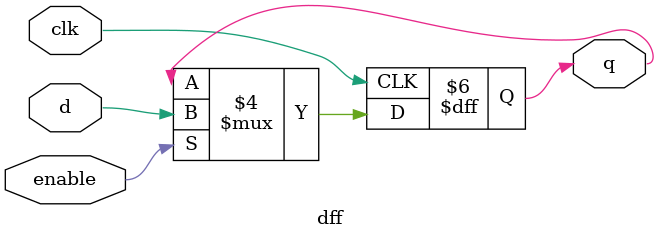
<source format=v>
`timescale 1ns/1ns

module dff (
    input d, clk, enable,
    output q
);
    reg q;

    always @(posedge clk)
        if(enable==1)
            begin
                q = d;
            end
    
endmodule
</source>
